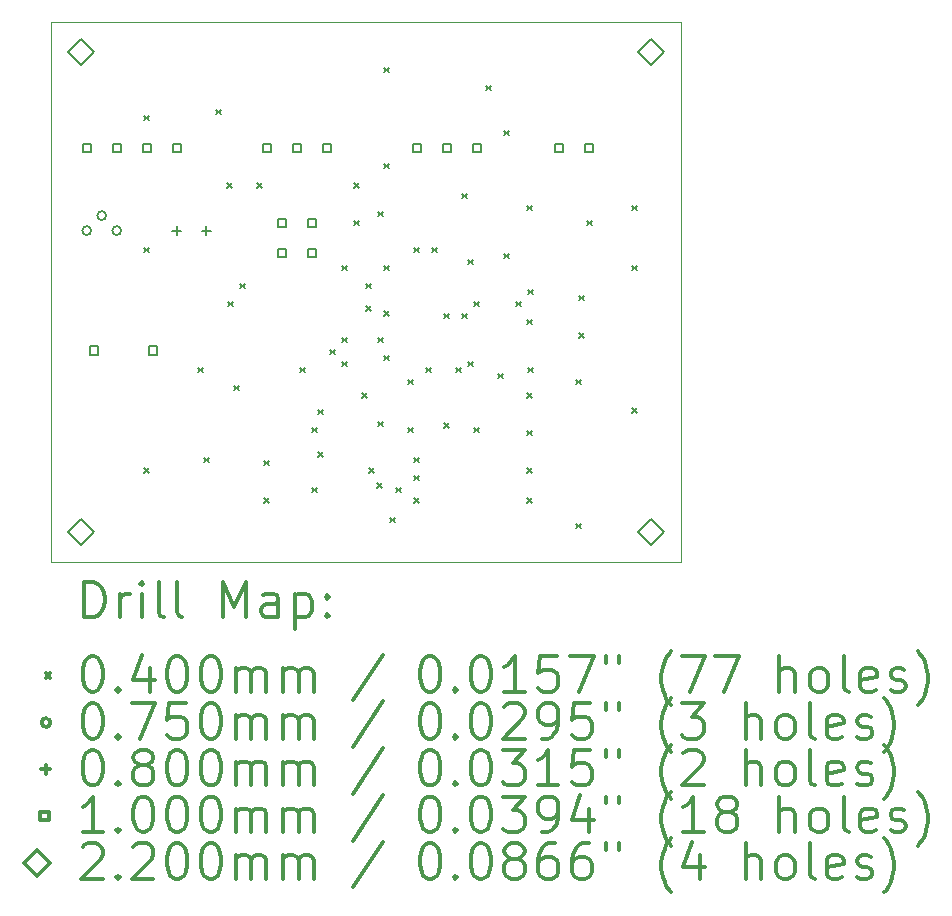
<source format=gbr>
%FSLAX45Y45*%
G04 Gerber Fmt 4.5, Leading zero omitted, Abs format (unit mm)*
G04 Created by KiCad (PCBNEW (5.1.10-1-10_14)) date 2021-06-28 16:00:18*
%MOMM*%
%LPD*%
G01*
G04 APERTURE LIST*
%TA.AperFunction,Profile*%
%ADD10C,0.050000*%
%TD*%
%ADD11C,0.200000*%
%ADD12C,0.300000*%
G04 APERTURE END LIST*
D10*
X16459200Y-4267200D02*
X11125200Y-4267200D01*
X16459200Y-8839200D02*
X16459200Y-4267200D01*
X11125200Y-8839200D02*
X16459200Y-8839200D01*
X11125200Y-4267200D02*
X11125200Y-8839200D01*
D11*
X11918000Y-5060000D02*
X11958000Y-5100000D01*
X11958000Y-5060000D02*
X11918000Y-5100000D01*
X11918000Y-6177600D02*
X11958000Y-6217600D01*
X11958000Y-6177600D02*
X11918000Y-6217600D01*
X11918000Y-8044500D02*
X11958000Y-8084500D01*
X11958000Y-8044500D02*
X11918000Y-8084500D01*
X12375200Y-7193600D02*
X12415200Y-7233600D01*
X12415200Y-7193600D02*
X12375200Y-7233600D01*
X12426000Y-7955600D02*
X12466000Y-7995600D01*
X12466000Y-7955600D02*
X12426000Y-7995600D01*
X12527600Y-5009200D02*
X12567600Y-5049200D01*
X12567600Y-5009200D02*
X12527600Y-5049200D01*
X12616500Y-5631500D02*
X12656500Y-5671500D01*
X12656500Y-5631500D02*
X12616500Y-5671500D01*
X12629200Y-6634800D02*
X12669200Y-6674800D01*
X12669200Y-6634800D02*
X12629200Y-6674800D01*
X12680000Y-7346000D02*
X12720000Y-7386000D01*
X12720000Y-7346000D02*
X12680000Y-7386000D01*
X12730800Y-6482400D02*
X12770800Y-6522400D01*
X12770800Y-6482400D02*
X12730800Y-6522400D01*
X12870500Y-5631500D02*
X12910500Y-5671500D01*
X12910500Y-5631500D02*
X12870500Y-5671500D01*
X12934000Y-7981000D02*
X12974000Y-8021000D01*
X12974000Y-7981000D02*
X12934000Y-8021000D01*
X12934000Y-8298500D02*
X12974000Y-8338500D01*
X12974000Y-8298500D02*
X12934000Y-8338500D01*
X13238800Y-7193600D02*
X13278800Y-7233600D01*
X13278800Y-7193600D02*
X13238800Y-7233600D01*
X13340400Y-7701600D02*
X13380400Y-7741600D01*
X13380400Y-7701600D02*
X13340400Y-7741600D01*
X13340400Y-8209600D02*
X13380400Y-8249600D01*
X13380400Y-8209600D02*
X13340400Y-8249600D01*
X13391200Y-7549200D02*
X13431200Y-7589200D01*
X13431200Y-7549200D02*
X13391200Y-7589200D01*
X13391666Y-7905266D02*
X13431666Y-7945266D01*
X13431666Y-7905266D02*
X13391666Y-7945266D01*
X13492800Y-7041200D02*
X13532800Y-7081200D01*
X13532800Y-7041200D02*
X13492800Y-7081200D01*
X13594400Y-6330000D02*
X13634400Y-6370000D01*
X13634400Y-6330000D02*
X13594400Y-6370000D01*
X13594400Y-6939600D02*
X13634400Y-6979600D01*
X13634400Y-6939600D02*
X13594400Y-6979600D01*
X13594400Y-7142800D02*
X13634400Y-7182800D01*
X13634400Y-7142800D02*
X13594400Y-7182800D01*
X13696000Y-5631500D02*
X13736000Y-5671500D01*
X13736000Y-5631500D02*
X13696000Y-5671500D01*
X13696000Y-5949000D02*
X13736000Y-5989000D01*
X13736000Y-5949000D02*
X13696000Y-5989000D01*
X13759500Y-7409500D02*
X13799500Y-7449500D01*
X13799500Y-7409500D02*
X13759500Y-7449500D01*
X13797600Y-6482400D02*
X13837600Y-6522400D01*
X13837600Y-6482400D02*
X13797600Y-6522400D01*
X13797600Y-6669698D02*
X13837600Y-6709698D01*
X13837600Y-6669698D02*
X13797600Y-6709698D01*
X13823000Y-8044500D02*
X13863000Y-8084500D01*
X13863000Y-8044500D02*
X13823000Y-8084500D01*
X13886500Y-8171500D02*
X13926500Y-8211500D01*
X13926500Y-8171500D02*
X13886500Y-8211500D01*
X13899200Y-5872800D02*
X13939200Y-5912800D01*
X13939200Y-5872800D02*
X13899200Y-5912800D01*
X13899200Y-6939600D02*
X13939200Y-6979600D01*
X13939200Y-6939600D02*
X13899200Y-6979600D01*
X13899200Y-7650800D02*
X13939200Y-7690800D01*
X13939200Y-7650800D02*
X13899200Y-7690800D01*
X13950000Y-4653600D02*
X13990000Y-4693600D01*
X13990000Y-4653600D02*
X13950000Y-4693600D01*
X13950000Y-5466400D02*
X13990000Y-5506400D01*
X13990000Y-5466400D02*
X13950000Y-5506400D01*
X13950000Y-6330000D02*
X13990000Y-6370000D01*
X13990000Y-6330000D02*
X13950000Y-6370000D01*
X13950000Y-6714699D02*
X13990000Y-6754699D01*
X13990000Y-6714699D02*
X13950000Y-6754699D01*
X13950000Y-7092000D02*
X13990000Y-7132000D01*
X13990000Y-7092000D02*
X13950000Y-7132000D01*
X14000800Y-8463600D02*
X14040800Y-8503600D01*
X14040800Y-8463600D02*
X14000800Y-8503600D01*
X14051600Y-8209600D02*
X14091600Y-8249600D01*
X14091600Y-8209600D02*
X14051600Y-8249600D01*
X14153200Y-7295200D02*
X14193200Y-7335200D01*
X14193200Y-7295200D02*
X14153200Y-7335200D01*
X14153200Y-7701600D02*
X14193200Y-7741600D01*
X14193200Y-7701600D02*
X14153200Y-7741600D01*
X14204000Y-6177600D02*
X14244000Y-6217600D01*
X14244000Y-6177600D02*
X14204000Y-6217600D01*
X14204000Y-7955600D02*
X14244000Y-7995600D01*
X14244000Y-7955600D02*
X14204000Y-7995600D01*
X14204000Y-8108000D02*
X14244000Y-8148000D01*
X14244000Y-8108000D02*
X14204000Y-8148000D01*
X14204000Y-8298500D02*
X14244000Y-8338500D01*
X14244000Y-8298500D02*
X14204000Y-8338500D01*
X14305600Y-7193600D02*
X14345600Y-7233600D01*
X14345600Y-7193600D02*
X14305600Y-7233600D01*
X14356400Y-6177600D02*
X14396400Y-6217600D01*
X14396400Y-6177600D02*
X14356400Y-6217600D01*
X14458000Y-6736400D02*
X14498000Y-6776400D01*
X14498000Y-6736400D02*
X14458000Y-6776400D01*
X14458000Y-7663500D02*
X14498000Y-7703500D01*
X14498000Y-7663500D02*
X14458000Y-7703500D01*
X14559600Y-7193600D02*
X14599600Y-7233600D01*
X14599600Y-7193600D02*
X14559600Y-7233600D01*
X14610400Y-5720400D02*
X14650400Y-5760400D01*
X14650400Y-5720400D02*
X14610400Y-5760400D01*
X14610400Y-6736400D02*
X14650400Y-6776400D01*
X14650400Y-6736400D02*
X14610400Y-6776400D01*
X14661200Y-6279200D02*
X14701200Y-6319200D01*
X14701200Y-6279200D02*
X14661200Y-6319200D01*
X14661200Y-7142800D02*
X14701200Y-7182800D01*
X14701200Y-7142800D02*
X14661200Y-7182800D01*
X14712000Y-6634800D02*
X14752000Y-6674800D01*
X14752000Y-6634800D02*
X14712000Y-6674800D01*
X14712000Y-7701600D02*
X14752000Y-7741600D01*
X14752000Y-7701600D02*
X14712000Y-7741600D01*
X14813600Y-4806000D02*
X14853600Y-4846000D01*
X14853600Y-4806000D02*
X14813600Y-4846000D01*
X14915200Y-7244400D02*
X14955200Y-7284400D01*
X14955200Y-7244400D02*
X14915200Y-7284400D01*
X14966000Y-5187000D02*
X15006000Y-5227000D01*
X15006000Y-5187000D02*
X14966000Y-5227000D01*
X14966000Y-6228400D02*
X15006000Y-6268400D01*
X15006000Y-6228400D02*
X14966000Y-6268400D01*
X15067600Y-6634800D02*
X15107600Y-6674800D01*
X15107600Y-6634800D02*
X15067600Y-6674800D01*
X15156500Y-5822000D02*
X15196500Y-5862000D01*
X15196500Y-5822000D02*
X15156500Y-5862000D01*
X15156500Y-6787200D02*
X15196500Y-6827200D01*
X15196500Y-6787200D02*
X15156500Y-6827200D01*
X15156500Y-7409500D02*
X15196500Y-7449500D01*
X15196500Y-7409500D02*
X15156500Y-7449500D01*
X15156500Y-7727000D02*
X15196500Y-7767000D01*
X15196500Y-7727000D02*
X15156500Y-7767000D01*
X15156500Y-8044500D02*
X15196500Y-8084500D01*
X15196500Y-8044500D02*
X15156500Y-8084500D01*
X15156500Y-8298500D02*
X15196500Y-8338500D01*
X15196500Y-8298500D02*
X15156500Y-8338500D01*
X15169200Y-6533200D02*
X15209200Y-6573200D01*
X15209200Y-6533200D02*
X15169200Y-6573200D01*
X15169200Y-7193600D02*
X15209200Y-7233600D01*
X15209200Y-7193600D02*
X15169200Y-7233600D01*
X15575600Y-7295200D02*
X15615600Y-7335200D01*
X15615600Y-7295200D02*
X15575600Y-7335200D01*
X15575600Y-8514400D02*
X15615600Y-8554400D01*
X15615600Y-8514400D02*
X15575600Y-8554400D01*
X15601000Y-6584000D02*
X15641000Y-6624000D01*
X15641000Y-6584000D02*
X15601000Y-6624000D01*
X15601000Y-6901500D02*
X15641000Y-6941500D01*
X15641000Y-6901500D02*
X15601000Y-6941500D01*
X15664500Y-5949000D02*
X15704500Y-5989000D01*
X15704500Y-5949000D02*
X15664500Y-5989000D01*
X16045500Y-5822000D02*
X16085500Y-5862000D01*
X16085500Y-5822000D02*
X16045500Y-5862000D01*
X16045500Y-6330000D02*
X16085500Y-6370000D01*
X16085500Y-6330000D02*
X16045500Y-6370000D01*
X16045500Y-7536500D02*
X16085500Y-7576500D01*
X16085500Y-7536500D02*
X16045500Y-7576500D01*
X11467500Y-6032500D02*
G75*
G03*
X11467500Y-6032500I-37500J0D01*
G01*
X11594500Y-5905500D02*
G75*
G03*
X11594500Y-5905500I-37500J0D01*
G01*
X11721500Y-6032500D02*
G75*
G03*
X11721500Y-6032500I-37500J0D01*
G01*
X12192000Y-5992500D02*
X12192000Y-6072500D01*
X12152000Y-6032500D02*
X12232000Y-6032500D01*
X12442000Y-5992500D02*
X12442000Y-6072500D01*
X12402000Y-6032500D02*
X12482000Y-6032500D01*
X11465356Y-5369356D02*
X11465356Y-5298644D01*
X11394644Y-5298644D01*
X11394644Y-5369356D01*
X11465356Y-5369356D01*
X11528856Y-7083856D02*
X11528856Y-7013144D01*
X11458144Y-7013144D01*
X11458144Y-7083856D01*
X11528856Y-7083856D01*
X11719356Y-5369356D02*
X11719356Y-5298644D01*
X11648644Y-5298644D01*
X11648644Y-5369356D01*
X11719356Y-5369356D01*
X11973356Y-5369356D02*
X11973356Y-5298644D01*
X11902644Y-5298644D01*
X11902644Y-5369356D01*
X11973356Y-5369356D01*
X12028856Y-7083856D02*
X12028856Y-7013144D01*
X11958144Y-7013144D01*
X11958144Y-7083856D01*
X12028856Y-7083856D01*
X12227356Y-5369356D02*
X12227356Y-5298644D01*
X12156644Y-5298644D01*
X12156644Y-5369356D01*
X12227356Y-5369356D01*
X12989356Y-5369356D02*
X12989356Y-5298644D01*
X12918644Y-5298644D01*
X12918644Y-5369356D01*
X12989356Y-5369356D01*
X13116356Y-6004356D02*
X13116356Y-5933644D01*
X13045644Y-5933644D01*
X13045644Y-6004356D01*
X13116356Y-6004356D01*
X13116356Y-6258356D02*
X13116356Y-6187644D01*
X13045644Y-6187644D01*
X13045644Y-6258356D01*
X13116356Y-6258356D01*
X13243356Y-5369356D02*
X13243356Y-5298644D01*
X13172644Y-5298644D01*
X13172644Y-5369356D01*
X13243356Y-5369356D01*
X13370356Y-6004356D02*
X13370356Y-5933644D01*
X13299644Y-5933644D01*
X13299644Y-6004356D01*
X13370356Y-6004356D01*
X13370356Y-6258356D02*
X13370356Y-6187644D01*
X13299644Y-6187644D01*
X13299644Y-6258356D01*
X13370356Y-6258356D01*
X13497356Y-5369356D02*
X13497356Y-5298644D01*
X13426644Y-5298644D01*
X13426644Y-5369356D01*
X13497356Y-5369356D01*
X14259356Y-5369356D02*
X14259356Y-5298644D01*
X14188644Y-5298644D01*
X14188644Y-5369356D01*
X14259356Y-5369356D01*
X14513356Y-5369356D02*
X14513356Y-5298644D01*
X14442644Y-5298644D01*
X14442644Y-5369356D01*
X14513356Y-5369356D01*
X14767356Y-5369356D02*
X14767356Y-5298644D01*
X14696644Y-5298644D01*
X14696644Y-5369356D01*
X14767356Y-5369356D01*
X15465856Y-5369356D02*
X15465856Y-5298644D01*
X15395144Y-5298644D01*
X15395144Y-5369356D01*
X15465856Y-5369356D01*
X15719856Y-5369356D02*
X15719856Y-5298644D01*
X15649144Y-5298644D01*
X15649144Y-5369356D01*
X15719856Y-5369356D01*
X11379200Y-4631200D02*
X11489200Y-4521200D01*
X11379200Y-4411200D01*
X11269200Y-4521200D01*
X11379200Y-4631200D01*
X11379200Y-8695200D02*
X11489200Y-8585200D01*
X11379200Y-8475200D01*
X11269200Y-8585200D01*
X11379200Y-8695200D01*
X16205200Y-4631200D02*
X16315200Y-4521200D01*
X16205200Y-4411200D01*
X16095200Y-4521200D01*
X16205200Y-4631200D01*
X16205200Y-8695200D02*
X16315200Y-8585200D01*
X16205200Y-8475200D01*
X16095200Y-8585200D01*
X16205200Y-8695200D01*
D12*
X11409128Y-9307414D02*
X11409128Y-9007414D01*
X11480557Y-9007414D01*
X11523414Y-9021700D01*
X11551986Y-9050272D01*
X11566271Y-9078843D01*
X11580557Y-9135986D01*
X11580557Y-9178843D01*
X11566271Y-9235986D01*
X11551986Y-9264557D01*
X11523414Y-9293129D01*
X11480557Y-9307414D01*
X11409128Y-9307414D01*
X11709128Y-9307414D02*
X11709128Y-9107414D01*
X11709128Y-9164557D02*
X11723414Y-9135986D01*
X11737700Y-9121700D01*
X11766271Y-9107414D01*
X11794843Y-9107414D01*
X11894843Y-9307414D02*
X11894843Y-9107414D01*
X11894843Y-9007414D02*
X11880557Y-9021700D01*
X11894843Y-9035986D01*
X11909128Y-9021700D01*
X11894843Y-9007414D01*
X11894843Y-9035986D01*
X12080557Y-9307414D02*
X12051986Y-9293129D01*
X12037700Y-9264557D01*
X12037700Y-9007414D01*
X12237700Y-9307414D02*
X12209128Y-9293129D01*
X12194843Y-9264557D01*
X12194843Y-9007414D01*
X12580557Y-9307414D02*
X12580557Y-9007414D01*
X12680557Y-9221700D01*
X12780557Y-9007414D01*
X12780557Y-9307414D01*
X13051986Y-9307414D02*
X13051986Y-9150272D01*
X13037700Y-9121700D01*
X13009128Y-9107414D01*
X12951986Y-9107414D01*
X12923414Y-9121700D01*
X13051986Y-9293129D02*
X13023414Y-9307414D01*
X12951986Y-9307414D01*
X12923414Y-9293129D01*
X12909128Y-9264557D01*
X12909128Y-9235986D01*
X12923414Y-9207414D01*
X12951986Y-9193129D01*
X13023414Y-9193129D01*
X13051986Y-9178843D01*
X13194843Y-9107414D02*
X13194843Y-9407414D01*
X13194843Y-9121700D02*
X13223414Y-9107414D01*
X13280557Y-9107414D01*
X13309128Y-9121700D01*
X13323414Y-9135986D01*
X13337700Y-9164557D01*
X13337700Y-9250272D01*
X13323414Y-9278843D01*
X13309128Y-9293129D01*
X13280557Y-9307414D01*
X13223414Y-9307414D01*
X13194843Y-9293129D01*
X13466271Y-9278843D02*
X13480557Y-9293129D01*
X13466271Y-9307414D01*
X13451986Y-9293129D01*
X13466271Y-9278843D01*
X13466271Y-9307414D01*
X13466271Y-9121700D02*
X13480557Y-9135986D01*
X13466271Y-9150272D01*
X13451986Y-9135986D01*
X13466271Y-9121700D01*
X13466271Y-9150272D01*
X11082700Y-9781700D02*
X11122700Y-9821700D01*
X11122700Y-9781700D02*
X11082700Y-9821700D01*
X11466271Y-9637414D02*
X11494843Y-9637414D01*
X11523414Y-9651700D01*
X11537700Y-9665986D01*
X11551986Y-9694557D01*
X11566271Y-9751700D01*
X11566271Y-9823129D01*
X11551986Y-9880272D01*
X11537700Y-9908843D01*
X11523414Y-9923129D01*
X11494843Y-9937414D01*
X11466271Y-9937414D01*
X11437700Y-9923129D01*
X11423414Y-9908843D01*
X11409128Y-9880272D01*
X11394843Y-9823129D01*
X11394843Y-9751700D01*
X11409128Y-9694557D01*
X11423414Y-9665986D01*
X11437700Y-9651700D01*
X11466271Y-9637414D01*
X11694843Y-9908843D02*
X11709128Y-9923129D01*
X11694843Y-9937414D01*
X11680557Y-9923129D01*
X11694843Y-9908843D01*
X11694843Y-9937414D01*
X11966271Y-9737414D02*
X11966271Y-9937414D01*
X11894843Y-9623129D02*
X11823414Y-9837414D01*
X12009128Y-9837414D01*
X12180557Y-9637414D02*
X12209128Y-9637414D01*
X12237700Y-9651700D01*
X12251986Y-9665986D01*
X12266271Y-9694557D01*
X12280557Y-9751700D01*
X12280557Y-9823129D01*
X12266271Y-9880272D01*
X12251986Y-9908843D01*
X12237700Y-9923129D01*
X12209128Y-9937414D01*
X12180557Y-9937414D01*
X12151986Y-9923129D01*
X12137700Y-9908843D01*
X12123414Y-9880272D01*
X12109128Y-9823129D01*
X12109128Y-9751700D01*
X12123414Y-9694557D01*
X12137700Y-9665986D01*
X12151986Y-9651700D01*
X12180557Y-9637414D01*
X12466271Y-9637414D02*
X12494843Y-9637414D01*
X12523414Y-9651700D01*
X12537700Y-9665986D01*
X12551986Y-9694557D01*
X12566271Y-9751700D01*
X12566271Y-9823129D01*
X12551986Y-9880272D01*
X12537700Y-9908843D01*
X12523414Y-9923129D01*
X12494843Y-9937414D01*
X12466271Y-9937414D01*
X12437700Y-9923129D01*
X12423414Y-9908843D01*
X12409128Y-9880272D01*
X12394843Y-9823129D01*
X12394843Y-9751700D01*
X12409128Y-9694557D01*
X12423414Y-9665986D01*
X12437700Y-9651700D01*
X12466271Y-9637414D01*
X12694843Y-9937414D02*
X12694843Y-9737414D01*
X12694843Y-9765986D02*
X12709128Y-9751700D01*
X12737700Y-9737414D01*
X12780557Y-9737414D01*
X12809128Y-9751700D01*
X12823414Y-9780272D01*
X12823414Y-9937414D01*
X12823414Y-9780272D02*
X12837700Y-9751700D01*
X12866271Y-9737414D01*
X12909128Y-9737414D01*
X12937700Y-9751700D01*
X12951986Y-9780272D01*
X12951986Y-9937414D01*
X13094843Y-9937414D02*
X13094843Y-9737414D01*
X13094843Y-9765986D02*
X13109128Y-9751700D01*
X13137700Y-9737414D01*
X13180557Y-9737414D01*
X13209128Y-9751700D01*
X13223414Y-9780272D01*
X13223414Y-9937414D01*
X13223414Y-9780272D02*
X13237700Y-9751700D01*
X13266271Y-9737414D01*
X13309128Y-9737414D01*
X13337700Y-9751700D01*
X13351986Y-9780272D01*
X13351986Y-9937414D01*
X13937700Y-9623129D02*
X13680557Y-10008843D01*
X14323414Y-9637414D02*
X14351986Y-9637414D01*
X14380557Y-9651700D01*
X14394843Y-9665986D01*
X14409128Y-9694557D01*
X14423414Y-9751700D01*
X14423414Y-9823129D01*
X14409128Y-9880272D01*
X14394843Y-9908843D01*
X14380557Y-9923129D01*
X14351986Y-9937414D01*
X14323414Y-9937414D01*
X14294843Y-9923129D01*
X14280557Y-9908843D01*
X14266271Y-9880272D01*
X14251986Y-9823129D01*
X14251986Y-9751700D01*
X14266271Y-9694557D01*
X14280557Y-9665986D01*
X14294843Y-9651700D01*
X14323414Y-9637414D01*
X14551986Y-9908843D02*
X14566271Y-9923129D01*
X14551986Y-9937414D01*
X14537700Y-9923129D01*
X14551986Y-9908843D01*
X14551986Y-9937414D01*
X14751986Y-9637414D02*
X14780557Y-9637414D01*
X14809128Y-9651700D01*
X14823414Y-9665986D01*
X14837700Y-9694557D01*
X14851986Y-9751700D01*
X14851986Y-9823129D01*
X14837700Y-9880272D01*
X14823414Y-9908843D01*
X14809128Y-9923129D01*
X14780557Y-9937414D01*
X14751986Y-9937414D01*
X14723414Y-9923129D01*
X14709128Y-9908843D01*
X14694843Y-9880272D01*
X14680557Y-9823129D01*
X14680557Y-9751700D01*
X14694843Y-9694557D01*
X14709128Y-9665986D01*
X14723414Y-9651700D01*
X14751986Y-9637414D01*
X15137700Y-9937414D02*
X14966271Y-9937414D01*
X15051986Y-9937414D02*
X15051986Y-9637414D01*
X15023414Y-9680272D01*
X14994843Y-9708843D01*
X14966271Y-9723129D01*
X15409128Y-9637414D02*
X15266271Y-9637414D01*
X15251986Y-9780272D01*
X15266271Y-9765986D01*
X15294843Y-9751700D01*
X15366271Y-9751700D01*
X15394843Y-9765986D01*
X15409128Y-9780272D01*
X15423414Y-9808843D01*
X15423414Y-9880272D01*
X15409128Y-9908843D01*
X15394843Y-9923129D01*
X15366271Y-9937414D01*
X15294843Y-9937414D01*
X15266271Y-9923129D01*
X15251986Y-9908843D01*
X15523414Y-9637414D02*
X15723414Y-9637414D01*
X15594843Y-9937414D01*
X15823414Y-9637414D02*
X15823414Y-9694557D01*
X15937700Y-9637414D02*
X15937700Y-9694557D01*
X16380557Y-10051700D02*
X16366271Y-10037414D01*
X16337700Y-9994557D01*
X16323414Y-9965986D01*
X16309128Y-9923129D01*
X16294843Y-9851700D01*
X16294843Y-9794557D01*
X16309128Y-9723129D01*
X16323414Y-9680272D01*
X16337700Y-9651700D01*
X16366271Y-9608843D01*
X16380557Y-9594557D01*
X16466271Y-9637414D02*
X16666271Y-9637414D01*
X16537700Y-9937414D01*
X16751986Y-9637414D02*
X16951986Y-9637414D01*
X16823414Y-9937414D01*
X17294843Y-9937414D02*
X17294843Y-9637414D01*
X17423414Y-9937414D02*
X17423414Y-9780272D01*
X17409128Y-9751700D01*
X17380557Y-9737414D01*
X17337700Y-9737414D01*
X17309128Y-9751700D01*
X17294843Y-9765986D01*
X17609128Y-9937414D02*
X17580557Y-9923129D01*
X17566271Y-9908843D01*
X17551986Y-9880272D01*
X17551986Y-9794557D01*
X17566271Y-9765986D01*
X17580557Y-9751700D01*
X17609128Y-9737414D01*
X17651986Y-9737414D01*
X17680557Y-9751700D01*
X17694843Y-9765986D01*
X17709128Y-9794557D01*
X17709128Y-9880272D01*
X17694843Y-9908843D01*
X17680557Y-9923129D01*
X17651986Y-9937414D01*
X17609128Y-9937414D01*
X17880557Y-9937414D02*
X17851986Y-9923129D01*
X17837700Y-9894557D01*
X17837700Y-9637414D01*
X18109128Y-9923129D02*
X18080557Y-9937414D01*
X18023414Y-9937414D01*
X17994843Y-9923129D01*
X17980557Y-9894557D01*
X17980557Y-9780272D01*
X17994843Y-9751700D01*
X18023414Y-9737414D01*
X18080557Y-9737414D01*
X18109128Y-9751700D01*
X18123414Y-9780272D01*
X18123414Y-9808843D01*
X17980557Y-9837414D01*
X18237700Y-9923129D02*
X18266271Y-9937414D01*
X18323414Y-9937414D01*
X18351986Y-9923129D01*
X18366271Y-9894557D01*
X18366271Y-9880272D01*
X18351986Y-9851700D01*
X18323414Y-9837414D01*
X18280557Y-9837414D01*
X18251986Y-9823129D01*
X18237700Y-9794557D01*
X18237700Y-9780272D01*
X18251986Y-9751700D01*
X18280557Y-9737414D01*
X18323414Y-9737414D01*
X18351986Y-9751700D01*
X18466271Y-10051700D02*
X18480557Y-10037414D01*
X18509128Y-9994557D01*
X18523414Y-9965986D01*
X18537700Y-9923129D01*
X18551986Y-9851700D01*
X18551986Y-9794557D01*
X18537700Y-9723129D01*
X18523414Y-9680272D01*
X18509128Y-9651700D01*
X18480557Y-9608843D01*
X18466271Y-9594557D01*
X11122700Y-10197700D02*
G75*
G03*
X11122700Y-10197700I-37500J0D01*
G01*
X11466271Y-10033414D02*
X11494843Y-10033414D01*
X11523414Y-10047700D01*
X11537700Y-10061986D01*
X11551986Y-10090557D01*
X11566271Y-10147700D01*
X11566271Y-10219129D01*
X11551986Y-10276272D01*
X11537700Y-10304843D01*
X11523414Y-10319129D01*
X11494843Y-10333414D01*
X11466271Y-10333414D01*
X11437700Y-10319129D01*
X11423414Y-10304843D01*
X11409128Y-10276272D01*
X11394843Y-10219129D01*
X11394843Y-10147700D01*
X11409128Y-10090557D01*
X11423414Y-10061986D01*
X11437700Y-10047700D01*
X11466271Y-10033414D01*
X11694843Y-10304843D02*
X11709128Y-10319129D01*
X11694843Y-10333414D01*
X11680557Y-10319129D01*
X11694843Y-10304843D01*
X11694843Y-10333414D01*
X11809128Y-10033414D02*
X12009128Y-10033414D01*
X11880557Y-10333414D01*
X12266271Y-10033414D02*
X12123414Y-10033414D01*
X12109128Y-10176272D01*
X12123414Y-10161986D01*
X12151986Y-10147700D01*
X12223414Y-10147700D01*
X12251986Y-10161986D01*
X12266271Y-10176272D01*
X12280557Y-10204843D01*
X12280557Y-10276272D01*
X12266271Y-10304843D01*
X12251986Y-10319129D01*
X12223414Y-10333414D01*
X12151986Y-10333414D01*
X12123414Y-10319129D01*
X12109128Y-10304843D01*
X12466271Y-10033414D02*
X12494843Y-10033414D01*
X12523414Y-10047700D01*
X12537700Y-10061986D01*
X12551986Y-10090557D01*
X12566271Y-10147700D01*
X12566271Y-10219129D01*
X12551986Y-10276272D01*
X12537700Y-10304843D01*
X12523414Y-10319129D01*
X12494843Y-10333414D01*
X12466271Y-10333414D01*
X12437700Y-10319129D01*
X12423414Y-10304843D01*
X12409128Y-10276272D01*
X12394843Y-10219129D01*
X12394843Y-10147700D01*
X12409128Y-10090557D01*
X12423414Y-10061986D01*
X12437700Y-10047700D01*
X12466271Y-10033414D01*
X12694843Y-10333414D02*
X12694843Y-10133414D01*
X12694843Y-10161986D02*
X12709128Y-10147700D01*
X12737700Y-10133414D01*
X12780557Y-10133414D01*
X12809128Y-10147700D01*
X12823414Y-10176272D01*
X12823414Y-10333414D01*
X12823414Y-10176272D02*
X12837700Y-10147700D01*
X12866271Y-10133414D01*
X12909128Y-10133414D01*
X12937700Y-10147700D01*
X12951986Y-10176272D01*
X12951986Y-10333414D01*
X13094843Y-10333414D02*
X13094843Y-10133414D01*
X13094843Y-10161986D02*
X13109128Y-10147700D01*
X13137700Y-10133414D01*
X13180557Y-10133414D01*
X13209128Y-10147700D01*
X13223414Y-10176272D01*
X13223414Y-10333414D01*
X13223414Y-10176272D02*
X13237700Y-10147700D01*
X13266271Y-10133414D01*
X13309128Y-10133414D01*
X13337700Y-10147700D01*
X13351986Y-10176272D01*
X13351986Y-10333414D01*
X13937700Y-10019129D02*
X13680557Y-10404843D01*
X14323414Y-10033414D02*
X14351986Y-10033414D01*
X14380557Y-10047700D01*
X14394843Y-10061986D01*
X14409128Y-10090557D01*
X14423414Y-10147700D01*
X14423414Y-10219129D01*
X14409128Y-10276272D01*
X14394843Y-10304843D01*
X14380557Y-10319129D01*
X14351986Y-10333414D01*
X14323414Y-10333414D01*
X14294843Y-10319129D01*
X14280557Y-10304843D01*
X14266271Y-10276272D01*
X14251986Y-10219129D01*
X14251986Y-10147700D01*
X14266271Y-10090557D01*
X14280557Y-10061986D01*
X14294843Y-10047700D01*
X14323414Y-10033414D01*
X14551986Y-10304843D02*
X14566271Y-10319129D01*
X14551986Y-10333414D01*
X14537700Y-10319129D01*
X14551986Y-10304843D01*
X14551986Y-10333414D01*
X14751986Y-10033414D02*
X14780557Y-10033414D01*
X14809128Y-10047700D01*
X14823414Y-10061986D01*
X14837700Y-10090557D01*
X14851986Y-10147700D01*
X14851986Y-10219129D01*
X14837700Y-10276272D01*
X14823414Y-10304843D01*
X14809128Y-10319129D01*
X14780557Y-10333414D01*
X14751986Y-10333414D01*
X14723414Y-10319129D01*
X14709128Y-10304843D01*
X14694843Y-10276272D01*
X14680557Y-10219129D01*
X14680557Y-10147700D01*
X14694843Y-10090557D01*
X14709128Y-10061986D01*
X14723414Y-10047700D01*
X14751986Y-10033414D01*
X14966271Y-10061986D02*
X14980557Y-10047700D01*
X15009128Y-10033414D01*
X15080557Y-10033414D01*
X15109128Y-10047700D01*
X15123414Y-10061986D01*
X15137700Y-10090557D01*
X15137700Y-10119129D01*
X15123414Y-10161986D01*
X14951986Y-10333414D01*
X15137700Y-10333414D01*
X15280557Y-10333414D02*
X15337700Y-10333414D01*
X15366271Y-10319129D01*
X15380557Y-10304843D01*
X15409128Y-10261986D01*
X15423414Y-10204843D01*
X15423414Y-10090557D01*
X15409128Y-10061986D01*
X15394843Y-10047700D01*
X15366271Y-10033414D01*
X15309128Y-10033414D01*
X15280557Y-10047700D01*
X15266271Y-10061986D01*
X15251986Y-10090557D01*
X15251986Y-10161986D01*
X15266271Y-10190557D01*
X15280557Y-10204843D01*
X15309128Y-10219129D01*
X15366271Y-10219129D01*
X15394843Y-10204843D01*
X15409128Y-10190557D01*
X15423414Y-10161986D01*
X15694843Y-10033414D02*
X15551986Y-10033414D01*
X15537700Y-10176272D01*
X15551986Y-10161986D01*
X15580557Y-10147700D01*
X15651986Y-10147700D01*
X15680557Y-10161986D01*
X15694843Y-10176272D01*
X15709128Y-10204843D01*
X15709128Y-10276272D01*
X15694843Y-10304843D01*
X15680557Y-10319129D01*
X15651986Y-10333414D01*
X15580557Y-10333414D01*
X15551986Y-10319129D01*
X15537700Y-10304843D01*
X15823414Y-10033414D02*
X15823414Y-10090557D01*
X15937700Y-10033414D02*
X15937700Y-10090557D01*
X16380557Y-10447700D02*
X16366271Y-10433414D01*
X16337700Y-10390557D01*
X16323414Y-10361986D01*
X16309128Y-10319129D01*
X16294843Y-10247700D01*
X16294843Y-10190557D01*
X16309128Y-10119129D01*
X16323414Y-10076272D01*
X16337700Y-10047700D01*
X16366271Y-10004843D01*
X16380557Y-9990557D01*
X16466271Y-10033414D02*
X16651986Y-10033414D01*
X16551986Y-10147700D01*
X16594843Y-10147700D01*
X16623414Y-10161986D01*
X16637700Y-10176272D01*
X16651986Y-10204843D01*
X16651986Y-10276272D01*
X16637700Y-10304843D01*
X16623414Y-10319129D01*
X16594843Y-10333414D01*
X16509128Y-10333414D01*
X16480557Y-10319129D01*
X16466271Y-10304843D01*
X17009128Y-10333414D02*
X17009128Y-10033414D01*
X17137700Y-10333414D02*
X17137700Y-10176272D01*
X17123414Y-10147700D01*
X17094843Y-10133414D01*
X17051986Y-10133414D01*
X17023414Y-10147700D01*
X17009128Y-10161986D01*
X17323414Y-10333414D02*
X17294843Y-10319129D01*
X17280557Y-10304843D01*
X17266271Y-10276272D01*
X17266271Y-10190557D01*
X17280557Y-10161986D01*
X17294843Y-10147700D01*
X17323414Y-10133414D01*
X17366271Y-10133414D01*
X17394843Y-10147700D01*
X17409128Y-10161986D01*
X17423414Y-10190557D01*
X17423414Y-10276272D01*
X17409128Y-10304843D01*
X17394843Y-10319129D01*
X17366271Y-10333414D01*
X17323414Y-10333414D01*
X17594843Y-10333414D02*
X17566271Y-10319129D01*
X17551986Y-10290557D01*
X17551986Y-10033414D01*
X17823414Y-10319129D02*
X17794843Y-10333414D01*
X17737700Y-10333414D01*
X17709128Y-10319129D01*
X17694843Y-10290557D01*
X17694843Y-10176272D01*
X17709128Y-10147700D01*
X17737700Y-10133414D01*
X17794843Y-10133414D01*
X17823414Y-10147700D01*
X17837700Y-10176272D01*
X17837700Y-10204843D01*
X17694843Y-10233414D01*
X17951986Y-10319129D02*
X17980557Y-10333414D01*
X18037700Y-10333414D01*
X18066271Y-10319129D01*
X18080557Y-10290557D01*
X18080557Y-10276272D01*
X18066271Y-10247700D01*
X18037700Y-10233414D01*
X17994843Y-10233414D01*
X17966271Y-10219129D01*
X17951986Y-10190557D01*
X17951986Y-10176272D01*
X17966271Y-10147700D01*
X17994843Y-10133414D01*
X18037700Y-10133414D01*
X18066271Y-10147700D01*
X18180557Y-10447700D02*
X18194843Y-10433414D01*
X18223414Y-10390557D01*
X18237700Y-10361986D01*
X18251986Y-10319129D01*
X18266271Y-10247700D01*
X18266271Y-10190557D01*
X18251986Y-10119129D01*
X18237700Y-10076272D01*
X18223414Y-10047700D01*
X18194843Y-10004843D01*
X18180557Y-9990557D01*
X11082700Y-10553700D02*
X11082700Y-10633700D01*
X11042700Y-10593700D02*
X11122700Y-10593700D01*
X11466271Y-10429414D02*
X11494843Y-10429414D01*
X11523414Y-10443700D01*
X11537700Y-10457986D01*
X11551986Y-10486557D01*
X11566271Y-10543700D01*
X11566271Y-10615129D01*
X11551986Y-10672272D01*
X11537700Y-10700843D01*
X11523414Y-10715129D01*
X11494843Y-10729414D01*
X11466271Y-10729414D01*
X11437700Y-10715129D01*
X11423414Y-10700843D01*
X11409128Y-10672272D01*
X11394843Y-10615129D01*
X11394843Y-10543700D01*
X11409128Y-10486557D01*
X11423414Y-10457986D01*
X11437700Y-10443700D01*
X11466271Y-10429414D01*
X11694843Y-10700843D02*
X11709128Y-10715129D01*
X11694843Y-10729414D01*
X11680557Y-10715129D01*
X11694843Y-10700843D01*
X11694843Y-10729414D01*
X11880557Y-10557986D02*
X11851986Y-10543700D01*
X11837700Y-10529414D01*
X11823414Y-10500843D01*
X11823414Y-10486557D01*
X11837700Y-10457986D01*
X11851986Y-10443700D01*
X11880557Y-10429414D01*
X11937700Y-10429414D01*
X11966271Y-10443700D01*
X11980557Y-10457986D01*
X11994843Y-10486557D01*
X11994843Y-10500843D01*
X11980557Y-10529414D01*
X11966271Y-10543700D01*
X11937700Y-10557986D01*
X11880557Y-10557986D01*
X11851986Y-10572272D01*
X11837700Y-10586557D01*
X11823414Y-10615129D01*
X11823414Y-10672272D01*
X11837700Y-10700843D01*
X11851986Y-10715129D01*
X11880557Y-10729414D01*
X11937700Y-10729414D01*
X11966271Y-10715129D01*
X11980557Y-10700843D01*
X11994843Y-10672272D01*
X11994843Y-10615129D01*
X11980557Y-10586557D01*
X11966271Y-10572272D01*
X11937700Y-10557986D01*
X12180557Y-10429414D02*
X12209128Y-10429414D01*
X12237700Y-10443700D01*
X12251986Y-10457986D01*
X12266271Y-10486557D01*
X12280557Y-10543700D01*
X12280557Y-10615129D01*
X12266271Y-10672272D01*
X12251986Y-10700843D01*
X12237700Y-10715129D01*
X12209128Y-10729414D01*
X12180557Y-10729414D01*
X12151986Y-10715129D01*
X12137700Y-10700843D01*
X12123414Y-10672272D01*
X12109128Y-10615129D01*
X12109128Y-10543700D01*
X12123414Y-10486557D01*
X12137700Y-10457986D01*
X12151986Y-10443700D01*
X12180557Y-10429414D01*
X12466271Y-10429414D02*
X12494843Y-10429414D01*
X12523414Y-10443700D01*
X12537700Y-10457986D01*
X12551986Y-10486557D01*
X12566271Y-10543700D01*
X12566271Y-10615129D01*
X12551986Y-10672272D01*
X12537700Y-10700843D01*
X12523414Y-10715129D01*
X12494843Y-10729414D01*
X12466271Y-10729414D01*
X12437700Y-10715129D01*
X12423414Y-10700843D01*
X12409128Y-10672272D01*
X12394843Y-10615129D01*
X12394843Y-10543700D01*
X12409128Y-10486557D01*
X12423414Y-10457986D01*
X12437700Y-10443700D01*
X12466271Y-10429414D01*
X12694843Y-10729414D02*
X12694843Y-10529414D01*
X12694843Y-10557986D02*
X12709128Y-10543700D01*
X12737700Y-10529414D01*
X12780557Y-10529414D01*
X12809128Y-10543700D01*
X12823414Y-10572272D01*
X12823414Y-10729414D01*
X12823414Y-10572272D02*
X12837700Y-10543700D01*
X12866271Y-10529414D01*
X12909128Y-10529414D01*
X12937700Y-10543700D01*
X12951986Y-10572272D01*
X12951986Y-10729414D01*
X13094843Y-10729414D02*
X13094843Y-10529414D01*
X13094843Y-10557986D02*
X13109128Y-10543700D01*
X13137700Y-10529414D01*
X13180557Y-10529414D01*
X13209128Y-10543700D01*
X13223414Y-10572272D01*
X13223414Y-10729414D01*
X13223414Y-10572272D02*
X13237700Y-10543700D01*
X13266271Y-10529414D01*
X13309128Y-10529414D01*
X13337700Y-10543700D01*
X13351986Y-10572272D01*
X13351986Y-10729414D01*
X13937700Y-10415129D02*
X13680557Y-10800843D01*
X14323414Y-10429414D02*
X14351986Y-10429414D01*
X14380557Y-10443700D01*
X14394843Y-10457986D01*
X14409128Y-10486557D01*
X14423414Y-10543700D01*
X14423414Y-10615129D01*
X14409128Y-10672272D01*
X14394843Y-10700843D01*
X14380557Y-10715129D01*
X14351986Y-10729414D01*
X14323414Y-10729414D01*
X14294843Y-10715129D01*
X14280557Y-10700843D01*
X14266271Y-10672272D01*
X14251986Y-10615129D01*
X14251986Y-10543700D01*
X14266271Y-10486557D01*
X14280557Y-10457986D01*
X14294843Y-10443700D01*
X14323414Y-10429414D01*
X14551986Y-10700843D02*
X14566271Y-10715129D01*
X14551986Y-10729414D01*
X14537700Y-10715129D01*
X14551986Y-10700843D01*
X14551986Y-10729414D01*
X14751986Y-10429414D02*
X14780557Y-10429414D01*
X14809128Y-10443700D01*
X14823414Y-10457986D01*
X14837700Y-10486557D01*
X14851986Y-10543700D01*
X14851986Y-10615129D01*
X14837700Y-10672272D01*
X14823414Y-10700843D01*
X14809128Y-10715129D01*
X14780557Y-10729414D01*
X14751986Y-10729414D01*
X14723414Y-10715129D01*
X14709128Y-10700843D01*
X14694843Y-10672272D01*
X14680557Y-10615129D01*
X14680557Y-10543700D01*
X14694843Y-10486557D01*
X14709128Y-10457986D01*
X14723414Y-10443700D01*
X14751986Y-10429414D01*
X14951986Y-10429414D02*
X15137700Y-10429414D01*
X15037700Y-10543700D01*
X15080557Y-10543700D01*
X15109128Y-10557986D01*
X15123414Y-10572272D01*
X15137700Y-10600843D01*
X15137700Y-10672272D01*
X15123414Y-10700843D01*
X15109128Y-10715129D01*
X15080557Y-10729414D01*
X14994843Y-10729414D01*
X14966271Y-10715129D01*
X14951986Y-10700843D01*
X15423414Y-10729414D02*
X15251986Y-10729414D01*
X15337700Y-10729414D02*
X15337700Y-10429414D01*
X15309128Y-10472272D01*
X15280557Y-10500843D01*
X15251986Y-10515129D01*
X15694843Y-10429414D02*
X15551986Y-10429414D01*
X15537700Y-10572272D01*
X15551986Y-10557986D01*
X15580557Y-10543700D01*
X15651986Y-10543700D01*
X15680557Y-10557986D01*
X15694843Y-10572272D01*
X15709128Y-10600843D01*
X15709128Y-10672272D01*
X15694843Y-10700843D01*
X15680557Y-10715129D01*
X15651986Y-10729414D01*
X15580557Y-10729414D01*
X15551986Y-10715129D01*
X15537700Y-10700843D01*
X15823414Y-10429414D02*
X15823414Y-10486557D01*
X15937700Y-10429414D02*
X15937700Y-10486557D01*
X16380557Y-10843700D02*
X16366271Y-10829414D01*
X16337700Y-10786557D01*
X16323414Y-10757986D01*
X16309128Y-10715129D01*
X16294843Y-10643700D01*
X16294843Y-10586557D01*
X16309128Y-10515129D01*
X16323414Y-10472272D01*
X16337700Y-10443700D01*
X16366271Y-10400843D01*
X16380557Y-10386557D01*
X16480557Y-10457986D02*
X16494843Y-10443700D01*
X16523414Y-10429414D01*
X16594843Y-10429414D01*
X16623414Y-10443700D01*
X16637700Y-10457986D01*
X16651986Y-10486557D01*
X16651986Y-10515129D01*
X16637700Y-10557986D01*
X16466271Y-10729414D01*
X16651986Y-10729414D01*
X17009128Y-10729414D02*
X17009128Y-10429414D01*
X17137700Y-10729414D02*
X17137700Y-10572272D01*
X17123414Y-10543700D01*
X17094843Y-10529414D01*
X17051986Y-10529414D01*
X17023414Y-10543700D01*
X17009128Y-10557986D01*
X17323414Y-10729414D02*
X17294843Y-10715129D01*
X17280557Y-10700843D01*
X17266271Y-10672272D01*
X17266271Y-10586557D01*
X17280557Y-10557986D01*
X17294843Y-10543700D01*
X17323414Y-10529414D01*
X17366271Y-10529414D01*
X17394843Y-10543700D01*
X17409128Y-10557986D01*
X17423414Y-10586557D01*
X17423414Y-10672272D01*
X17409128Y-10700843D01*
X17394843Y-10715129D01*
X17366271Y-10729414D01*
X17323414Y-10729414D01*
X17594843Y-10729414D02*
X17566271Y-10715129D01*
X17551986Y-10686557D01*
X17551986Y-10429414D01*
X17823414Y-10715129D02*
X17794843Y-10729414D01*
X17737700Y-10729414D01*
X17709128Y-10715129D01*
X17694843Y-10686557D01*
X17694843Y-10572272D01*
X17709128Y-10543700D01*
X17737700Y-10529414D01*
X17794843Y-10529414D01*
X17823414Y-10543700D01*
X17837700Y-10572272D01*
X17837700Y-10600843D01*
X17694843Y-10629414D01*
X17951986Y-10715129D02*
X17980557Y-10729414D01*
X18037700Y-10729414D01*
X18066271Y-10715129D01*
X18080557Y-10686557D01*
X18080557Y-10672272D01*
X18066271Y-10643700D01*
X18037700Y-10629414D01*
X17994843Y-10629414D01*
X17966271Y-10615129D01*
X17951986Y-10586557D01*
X17951986Y-10572272D01*
X17966271Y-10543700D01*
X17994843Y-10529414D01*
X18037700Y-10529414D01*
X18066271Y-10543700D01*
X18180557Y-10843700D02*
X18194843Y-10829414D01*
X18223414Y-10786557D01*
X18237700Y-10757986D01*
X18251986Y-10715129D01*
X18266271Y-10643700D01*
X18266271Y-10586557D01*
X18251986Y-10515129D01*
X18237700Y-10472272D01*
X18223414Y-10443700D01*
X18194843Y-10400843D01*
X18180557Y-10386557D01*
X11108056Y-11025056D02*
X11108056Y-10954344D01*
X11037344Y-10954344D01*
X11037344Y-11025056D01*
X11108056Y-11025056D01*
X11566271Y-11125414D02*
X11394843Y-11125414D01*
X11480557Y-11125414D02*
X11480557Y-10825414D01*
X11451986Y-10868272D01*
X11423414Y-10896843D01*
X11394843Y-10911129D01*
X11694843Y-11096843D02*
X11709128Y-11111129D01*
X11694843Y-11125414D01*
X11680557Y-11111129D01*
X11694843Y-11096843D01*
X11694843Y-11125414D01*
X11894843Y-10825414D02*
X11923414Y-10825414D01*
X11951986Y-10839700D01*
X11966271Y-10853986D01*
X11980557Y-10882557D01*
X11994843Y-10939700D01*
X11994843Y-11011129D01*
X11980557Y-11068272D01*
X11966271Y-11096843D01*
X11951986Y-11111129D01*
X11923414Y-11125414D01*
X11894843Y-11125414D01*
X11866271Y-11111129D01*
X11851986Y-11096843D01*
X11837700Y-11068272D01*
X11823414Y-11011129D01*
X11823414Y-10939700D01*
X11837700Y-10882557D01*
X11851986Y-10853986D01*
X11866271Y-10839700D01*
X11894843Y-10825414D01*
X12180557Y-10825414D02*
X12209128Y-10825414D01*
X12237700Y-10839700D01*
X12251986Y-10853986D01*
X12266271Y-10882557D01*
X12280557Y-10939700D01*
X12280557Y-11011129D01*
X12266271Y-11068272D01*
X12251986Y-11096843D01*
X12237700Y-11111129D01*
X12209128Y-11125414D01*
X12180557Y-11125414D01*
X12151986Y-11111129D01*
X12137700Y-11096843D01*
X12123414Y-11068272D01*
X12109128Y-11011129D01*
X12109128Y-10939700D01*
X12123414Y-10882557D01*
X12137700Y-10853986D01*
X12151986Y-10839700D01*
X12180557Y-10825414D01*
X12466271Y-10825414D02*
X12494843Y-10825414D01*
X12523414Y-10839700D01*
X12537700Y-10853986D01*
X12551986Y-10882557D01*
X12566271Y-10939700D01*
X12566271Y-11011129D01*
X12551986Y-11068272D01*
X12537700Y-11096843D01*
X12523414Y-11111129D01*
X12494843Y-11125414D01*
X12466271Y-11125414D01*
X12437700Y-11111129D01*
X12423414Y-11096843D01*
X12409128Y-11068272D01*
X12394843Y-11011129D01*
X12394843Y-10939700D01*
X12409128Y-10882557D01*
X12423414Y-10853986D01*
X12437700Y-10839700D01*
X12466271Y-10825414D01*
X12694843Y-11125414D02*
X12694843Y-10925414D01*
X12694843Y-10953986D02*
X12709128Y-10939700D01*
X12737700Y-10925414D01*
X12780557Y-10925414D01*
X12809128Y-10939700D01*
X12823414Y-10968272D01*
X12823414Y-11125414D01*
X12823414Y-10968272D02*
X12837700Y-10939700D01*
X12866271Y-10925414D01*
X12909128Y-10925414D01*
X12937700Y-10939700D01*
X12951986Y-10968272D01*
X12951986Y-11125414D01*
X13094843Y-11125414D02*
X13094843Y-10925414D01*
X13094843Y-10953986D02*
X13109128Y-10939700D01*
X13137700Y-10925414D01*
X13180557Y-10925414D01*
X13209128Y-10939700D01*
X13223414Y-10968272D01*
X13223414Y-11125414D01*
X13223414Y-10968272D02*
X13237700Y-10939700D01*
X13266271Y-10925414D01*
X13309128Y-10925414D01*
X13337700Y-10939700D01*
X13351986Y-10968272D01*
X13351986Y-11125414D01*
X13937700Y-10811129D02*
X13680557Y-11196843D01*
X14323414Y-10825414D02*
X14351986Y-10825414D01*
X14380557Y-10839700D01*
X14394843Y-10853986D01*
X14409128Y-10882557D01*
X14423414Y-10939700D01*
X14423414Y-11011129D01*
X14409128Y-11068272D01*
X14394843Y-11096843D01*
X14380557Y-11111129D01*
X14351986Y-11125414D01*
X14323414Y-11125414D01*
X14294843Y-11111129D01*
X14280557Y-11096843D01*
X14266271Y-11068272D01*
X14251986Y-11011129D01*
X14251986Y-10939700D01*
X14266271Y-10882557D01*
X14280557Y-10853986D01*
X14294843Y-10839700D01*
X14323414Y-10825414D01*
X14551986Y-11096843D02*
X14566271Y-11111129D01*
X14551986Y-11125414D01*
X14537700Y-11111129D01*
X14551986Y-11096843D01*
X14551986Y-11125414D01*
X14751986Y-10825414D02*
X14780557Y-10825414D01*
X14809128Y-10839700D01*
X14823414Y-10853986D01*
X14837700Y-10882557D01*
X14851986Y-10939700D01*
X14851986Y-11011129D01*
X14837700Y-11068272D01*
X14823414Y-11096843D01*
X14809128Y-11111129D01*
X14780557Y-11125414D01*
X14751986Y-11125414D01*
X14723414Y-11111129D01*
X14709128Y-11096843D01*
X14694843Y-11068272D01*
X14680557Y-11011129D01*
X14680557Y-10939700D01*
X14694843Y-10882557D01*
X14709128Y-10853986D01*
X14723414Y-10839700D01*
X14751986Y-10825414D01*
X14951986Y-10825414D02*
X15137700Y-10825414D01*
X15037700Y-10939700D01*
X15080557Y-10939700D01*
X15109128Y-10953986D01*
X15123414Y-10968272D01*
X15137700Y-10996843D01*
X15137700Y-11068272D01*
X15123414Y-11096843D01*
X15109128Y-11111129D01*
X15080557Y-11125414D01*
X14994843Y-11125414D01*
X14966271Y-11111129D01*
X14951986Y-11096843D01*
X15280557Y-11125414D02*
X15337700Y-11125414D01*
X15366271Y-11111129D01*
X15380557Y-11096843D01*
X15409128Y-11053986D01*
X15423414Y-10996843D01*
X15423414Y-10882557D01*
X15409128Y-10853986D01*
X15394843Y-10839700D01*
X15366271Y-10825414D01*
X15309128Y-10825414D01*
X15280557Y-10839700D01*
X15266271Y-10853986D01*
X15251986Y-10882557D01*
X15251986Y-10953986D01*
X15266271Y-10982557D01*
X15280557Y-10996843D01*
X15309128Y-11011129D01*
X15366271Y-11011129D01*
X15394843Y-10996843D01*
X15409128Y-10982557D01*
X15423414Y-10953986D01*
X15680557Y-10925414D02*
X15680557Y-11125414D01*
X15609128Y-10811129D02*
X15537700Y-11025414D01*
X15723414Y-11025414D01*
X15823414Y-10825414D02*
X15823414Y-10882557D01*
X15937700Y-10825414D02*
X15937700Y-10882557D01*
X16380557Y-11239700D02*
X16366271Y-11225414D01*
X16337700Y-11182557D01*
X16323414Y-11153986D01*
X16309128Y-11111129D01*
X16294843Y-11039700D01*
X16294843Y-10982557D01*
X16309128Y-10911129D01*
X16323414Y-10868272D01*
X16337700Y-10839700D01*
X16366271Y-10796843D01*
X16380557Y-10782557D01*
X16651986Y-11125414D02*
X16480557Y-11125414D01*
X16566271Y-11125414D02*
X16566271Y-10825414D01*
X16537700Y-10868272D01*
X16509128Y-10896843D01*
X16480557Y-10911129D01*
X16823414Y-10953986D02*
X16794843Y-10939700D01*
X16780557Y-10925414D01*
X16766271Y-10896843D01*
X16766271Y-10882557D01*
X16780557Y-10853986D01*
X16794843Y-10839700D01*
X16823414Y-10825414D01*
X16880557Y-10825414D01*
X16909128Y-10839700D01*
X16923414Y-10853986D01*
X16937700Y-10882557D01*
X16937700Y-10896843D01*
X16923414Y-10925414D01*
X16909128Y-10939700D01*
X16880557Y-10953986D01*
X16823414Y-10953986D01*
X16794843Y-10968272D01*
X16780557Y-10982557D01*
X16766271Y-11011129D01*
X16766271Y-11068272D01*
X16780557Y-11096843D01*
X16794843Y-11111129D01*
X16823414Y-11125414D01*
X16880557Y-11125414D01*
X16909128Y-11111129D01*
X16923414Y-11096843D01*
X16937700Y-11068272D01*
X16937700Y-11011129D01*
X16923414Y-10982557D01*
X16909128Y-10968272D01*
X16880557Y-10953986D01*
X17294843Y-11125414D02*
X17294843Y-10825414D01*
X17423414Y-11125414D02*
X17423414Y-10968272D01*
X17409128Y-10939700D01*
X17380557Y-10925414D01*
X17337700Y-10925414D01*
X17309128Y-10939700D01*
X17294843Y-10953986D01*
X17609128Y-11125414D02*
X17580557Y-11111129D01*
X17566271Y-11096843D01*
X17551986Y-11068272D01*
X17551986Y-10982557D01*
X17566271Y-10953986D01*
X17580557Y-10939700D01*
X17609128Y-10925414D01*
X17651986Y-10925414D01*
X17680557Y-10939700D01*
X17694843Y-10953986D01*
X17709128Y-10982557D01*
X17709128Y-11068272D01*
X17694843Y-11096843D01*
X17680557Y-11111129D01*
X17651986Y-11125414D01*
X17609128Y-11125414D01*
X17880557Y-11125414D02*
X17851986Y-11111129D01*
X17837700Y-11082557D01*
X17837700Y-10825414D01*
X18109128Y-11111129D02*
X18080557Y-11125414D01*
X18023414Y-11125414D01*
X17994843Y-11111129D01*
X17980557Y-11082557D01*
X17980557Y-10968272D01*
X17994843Y-10939700D01*
X18023414Y-10925414D01*
X18080557Y-10925414D01*
X18109128Y-10939700D01*
X18123414Y-10968272D01*
X18123414Y-10996843D01*
X17980557Y-11025414D01*
X18237700Y-11111129D02*
X18266271Y-11125414D01*
X18323414Y-11125414D01*
X18351986Y-11111129D01*
X18366271Y-11082557D01*
X18366271Y-11068272D01*
X18351986Y-11039700D01*
X18323414Y-11025414D01*
X18280557Y-11025414D01*
X18251986Y-11011129D01*
X18237700Y-10982557D01*
X18237700Y-10968272D01*
X18251986Y-10939700D01*
X18280557Y-10925414D01*
X18323414Y-10925414D01*
X18351986Y-10939700D01*
X18466271Y-11239700D02*
X18480557Y-11225414D01*
X18509128Y-11182557D01*
X18523414Y-11153986D01*
X18537700Y-11111129D01*
X18551986Y-11039700D01*
X18551986Y-10982557D01*
X18537700Y-10911129D01*
X18523414Y-10868272D01*
X18509128Y-10839700D01*
X18480557Y-10796843D01*
X18466271Y-10782557D01*
X11012700Y-11495700D02*
X11122700Y-11385700D01*
X11012700Y-11275700D01*
X10902700Y-11385700D01*
X11012700Y-11495700D01*
X11394843Y-11249986D02*
X11409128Y-11235700D01*
X11437700Y-11221414D01*
X11509128Y-11221414D01*
X11537700Y-11235700D01*
X11551986Y-11249986D01*
X11566271Y-11278557D01*
X11566271Y-11307129D01*
X11551986Y-11349986D01*
X11380557Y-11521414D01*
X11566271Y-11521414D01*
X11694843Y-11492843D02*
X11709128Y-11507129D01*
X11694843Y-11521414D01*
X11680557Y-11507129D01*
X11694843Y-11492843D01*
X11694843Y-11521414D01*
X11823414Y-11249986D02*
X11837700Y-11235700D01*
X11866271Y-11221414D01*
X11937700Y-11221414D01*
X11966271Y-11235700D01*
X11980557Y-11249986D01*
X11994843Y-11278557D01*
X11994843Y-11307129D01*
X11980557Y-11349986D01*
X11809128Y-11521414D01*
X11994843Y-11521414D01*
X12180557Y-11221414D02*
X12209128Y-11221414D01*
X12237700Y-11235700D01*
X12251986Y-11249986D01*
X12266271Y-11278557D01*
X12280557Y-11335700D01*
X12280557Y-11407129D01*
X12266271Y-11464271D01*
X12251986Y-11492843D01*
X12237700Y-11507129D01*
X12209128Y-11521414D01*
X12180557Y-11521414D01*
X12151986Y-11507129D01*
X12137700Y-11492843D01*
X12123414Y-11464271D01*
X12109128Y-11407129D01*
X12109128Y-11335700D01*
X12123414Y-11278557D01*
X12137700Y-11249986D01*
X12151986Y-11235700D01*
X12180557Y-11221414D01*
X12466271Y-11221414D02*
X12494843Y-11221414D01*
X12523414Y-11235700D01*
X12537700Y-11249986D01*
X12551986Y-11278557D01*
X12566271Y-11335700D01*
X12566271Y-11407129D01*
X12551986Y-11464271D01*
X12537700Y-11492843D01*
X12523414Y-11507129D01*
X12494843Y-11521414D01*
X12466271Y-11521414D01*
X12437700Y-11507129D01*
X12423414Y-11492843D01*
X12409128Y-11464271D01*
X12394843Y-11407129D01*
X12394843Y-11335700D01*
X12409128Y-11278557D01*
X12423414Y-11249986D01*
X12437700Y-11235700D01*
X12466271Y-11221414D01*
X12694843Y-11521414D02*
X12694843Y-11321414D01*
X12694843Y-11349986D02*
X12709128Y-11335700D01*
X12737700Y-11321414D01*
X12780557Y-11321414D01*
X12809128Y-11335700D01*
X12823414Y-11364271D01*
X12823414Y-11521414D01*
X12823414Y-11364271D02*
X12837700Y-11335700D01*
X12866271Y-11321414D01*
X12909128Y-11321414D01*
X12937700Y-11335700D01*
X12951986Y-11364271D01*
X12951986Y-11521414D01*
X13094843Y-11521414D02*
X13094843Y-11321414D01*
X13094843Y-11349986D02*
X13109128Y-11335700D01*
X13137700Y-11321414D01*
X13180557Y-11321414D01*
X13209128Y-11335700D01*
X13223414Y-11364271D01*
X13223414Y-11521414D01*
X13223414Y-11364271D02*
X13237700Y-11335700D01*
X13266271Y-11321414D01*
X13309128Y-11321414D01*
X13337700Y-11335700D01*
X13351986Y-11364271D01*
X13351986Y-11521414D01*
X13937700Y-11207129D02*
X13680557Y-11592843D01*
X14323414Y-11221414D02*
X14351986Y-11221414D01*
X14380557Y-11235700D01*
X14394843Y-11249986D01*
X14409128Y-11278557D01*
X14423414Y-11335700D01*
X14423414Y-11407129D01*
X14409128Y-11464271D01*
X14394843Y-11492843D01*
X14380557Y-11507129D01*
X14351986Y-11521414D01*
X14323414Y-11521414D01*
X14294843Y-11507129D01*
X14280557Y-11492843D01*
X14266271Y-11464271D01*
X14251986Y-11407129D01*
X14251986Y-11335700D01*
X14266271Y-11278557D01*
X14280557Y-11249986D01*
X14294843Y-11235700D01*
X14323414Y-11221414D01*
X14551986Y-11492843D02*
X14566271Y-11507129D01*
X14551986Y-11521414D01*
X14537700Y-11507129D01*
X14551986Y-11492843D01*
X14551986Y-11521414D01*
X14751986Y-11221414D02*
X14780557Y-11221414D01*
X14809128Y-11235700D01*
X14823414Y-11249986D01*
X14837700Y-11278557D01*
X14851986Y-11335700D01*
X14851986Y-11407129D01*
X14837700Y-11464271D01*
X14823414Y-11492843D01*
X14809128Y-11507129D01*
X14780557Y-11521414D01*
X14751986Y-11521414D01*
X14723414Y-11507129D01*
X14709128Y-11492843D01*
X14694843Y-11464271D01*
X14680557Y-11407129D01*
X14680557Y-11335700D01*
X14694843Y-11278557D01*
X14709128Y-11249986D01*
X14723414Y-11235700D01*
X14751986Y-11221414D01*
X15023414Y-11349986D02*
X14994843Y-11335700D01*
X14980557Y-11321414D01*
X14966271Y-11292843D01*
X14966271Y-11278557D01*
X14980557Y-11249986D01*
X14994843Y-11235700D01*
X15023414Y-11221414D01*
X15080557Y-11221414D01*
X15109128Y-11235700D01*
X15123414Y-11249986D01*
X15137700Y-11278557D01*
X15137700Y-11292843D01*
X15123414Y-11321414D01*
X15109128Y-11335700D01*
X15080557Y-11349986D01*
X15023414Y-11349986D01*
X14994843Y-11364271D01*
X14980557Y-11378557D01*
X14966271Y-11407129D01*
X14966271Y-11464271D01*
X14980557Y-11492843D01*
X14994843Y-11507129D01*
X15023414Y-11521414D01*
X15080557Y-11521414D01*
X15109128Y-11507129D01*
X15123414Y-11492843D01*
X15137700Y-11464271D01*
X15137700Y-11407129D01*
X15123414Y-11378557D01*
X15109128Y-11364271D01*
X15080557Y-11349986D01*
X15394843Y-11221414D02*
X15337700Y-11221414D01*
X15309128Y-11235700D01*
X15294843Y-11249986D01*
X15266271Y-11292843D01*
X15251986Y-11349986D01*
X15251986Y-11464271D01*
X15266271Y-11492843D01*
X15280557Y-11507129D01*
X15309128Y-11521414D01*
X15366271Y-11521414D01*
X15394843Y-11507129D01*
X15409128Y-11492843D01*
X15423414Y-11464271D01*
X15423414Y-11392843D01*
X15409128Y-11364271D01*
X15394843Y-11349986D01*
X15366271Y-11335700D01*
X15309128Y-11335700D01*
X15280557Y-11349986D01*
X15266271Y-11364271D01*
X15251986Y-11392843D01*
X15680557Y-11221414D02*
X15623414Y-11221414D01*
X15594843Y-11235700D01*
X15580557Y-11249986D01*
X15551986Y-11292843D01*
X15537700Y-11349986D01*
X15537700Y-11464271D01*
X15551986Y-11492843D01*
X15566271Y-11507129D01*
X15594843Y-11521414D01*
X15651986Y-11521414D01*
X15680557Y-11507129D01*
X15694843Y-11492843D01*
X15709128Y-11464271D01*
X15709128Y-11392843D01*
X15694843Y-11364271D01*
X15680557Y-11349986D01*
X15651986Y-11335700D01*
X15594843Y-11335700D01*
X15566271Y-11349986D01*
X15551986Y-11364271D01*
X15537700Y-11392843D01*
X15823414Y-11221414D02*
X15823414Y-11278557D01*
X15937700Y-11221414D02*
X15937700Y-11278557D01*
X16380557Y-11635700D02*
X16366271Y-11621414D01*
X16337700Y-11578557D01*
X16323414Y-11549986D01*
X16309128Y-11507129D01*
X16294843Y-11435700D01*
X16294843Y-11378557D01*
X16309128Y-11307129D01*
X16323414Y-11264271D01*
X16337700Y-11235700D01*
X16366271Y-11192843D01*
X16380557Y-11178557D01*
X16623414Y-11321414D02*
X16623414Y-11521414D01*
X16551986Y-11207129D02*
X16480557Y-11421414D01*
X16666271Y-11421414D01*
X17009128Y-11521414D02*
X17009128Y-11221414D01*
X17137700Y-11521414D02*
X17137700Y-11364271D01*
X17123414Y-11335700D01*
X17094843Y-11321414D01*
X17051986Y-11321414D01*
X17023414Y-11335700D01*
X17009128Y-11349986D01*
X17323414Y-11521414D02*
X17294843Y-11507129D01*
X17280557Y-11492843D01*
X17266271Y-11464271D01*
X17266271Y-11378557D01*
X17280557Y-11349986D01*
X17294843Y-11335700D01*
X17323414Y-11321414D01*
X17366271Y-11321414D01*
X17394843Y-11335700D01*
X17409128Y-11349986D01*
X17423414Y-11378557D01*
X17423414Y-11464271D01*
X17409128Y-11492843D01*
X17394843Y-11507129D01*
X17366271Y-11521414D01*
X17323414Y-11521414D01*
X17594843Y-11521414D02*
X17566271Y-11507129D01*
X17551986Y-11478557D01*
X17551986Y-11221414D01*
X17823414Y-11507129D02*
X17794843Y-11521414D01*
X17737700Y-11521414D01*
X17709128Y-11507129D01*
X17694843Y-11478557D01*
X17694843Y-11364271D01*
X17709128Y-11335700D01*
X17737700Y-11321414D01*
X17794843Y-11321414D01*
X17823414Y-11335700D01*
X17837700Y-11364271D01*
X17837700Y-11392843D01*
X17694843Y-11421414D01*
X17951986Y-11507129D02*
X17980557Y-11521414D01*
X18037700Y-11521414D01*
X18066271Y-11507129D01*
X18080557Y-11478557D01*
X18080557Y-11464271D01*
X18066271Y-11435700D01*
X18037700Y-11421414D01*
X17994843Y-11421414D01*
X17966271Y-11407129D01*
X17951986Y-11378557D01*
X17951986Y-11364271D01*
X17966271Y-11335700D01*
X17994843Y-11321414D01*
X18037700Y-11321414D01*
X18066271Y-11335700D01*
X18180557Y-11635700D02*
X18194843Y-11621414D01*
X18223414Y-11578557D01*
X18237700Y-11549986D01*
X18251986Y-11507129D01*
X18266271Y-11435700D01*
X18266271Y-11378557D01*
X18251986Y-11307129D01*
X18237700Y-11264271D01*
X18223414Y-11235700D01*
X18194843Y-11192843D01*
X18180557Y-11178557D01*
M02*

</source>
